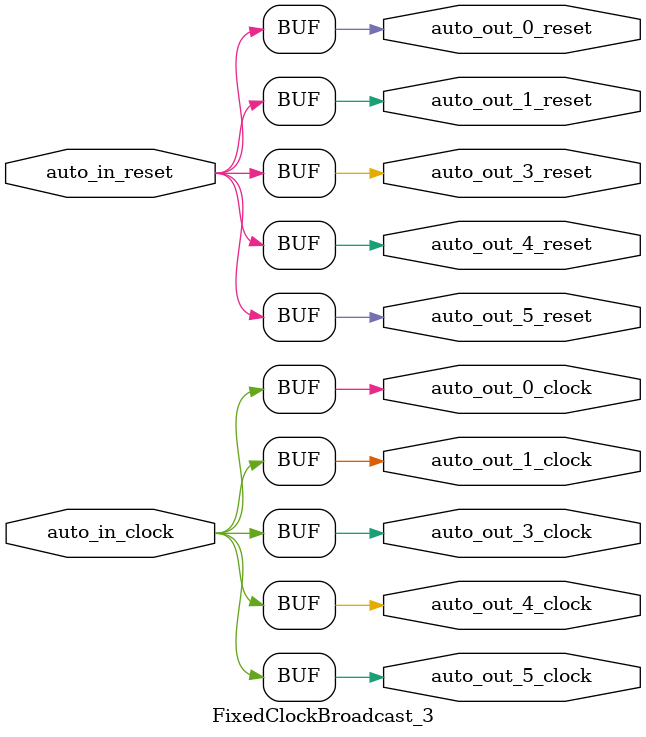
<source format=v>
module FixedClockBroadcast_3(
  input   auto_in_clock,
  input   auto_in_reset,
  output  auto_out_5_clock,
  output  auto_out_5_reset,
  output  auto_out_4_clock,
  output  auto_out_4_reset,
  output  auto_out_3_clock,
  output  auto_out_3_reset,
  output  auto_out_1_clock,
  output  auto_out_1_reset,
  output  auto_out_0_clock,
  output  auto_out_0_reset
);
  assign auto_out_5_clock = auto_in_clock; 
  assign auto_out_5_reset = auto_in_reset; 
  assign auto_out_4_clock = auto_in_clock; 
  assign auto_out_4_reset = auto_in_reset; 
  assign auto_out_3_clock = auto_in_clock; 
  assign auto_out_3_reset = auto_in_reset; 
  assign auto_out_1_clock = auto_in_clock; 
  assign auto_out_1_reset = auto_in_reset; 
  assign auto_out_0_clock = auto_in_clock; 
  assign auto_out_0_reset = auto_in_reset; 
endmodule
</source>
